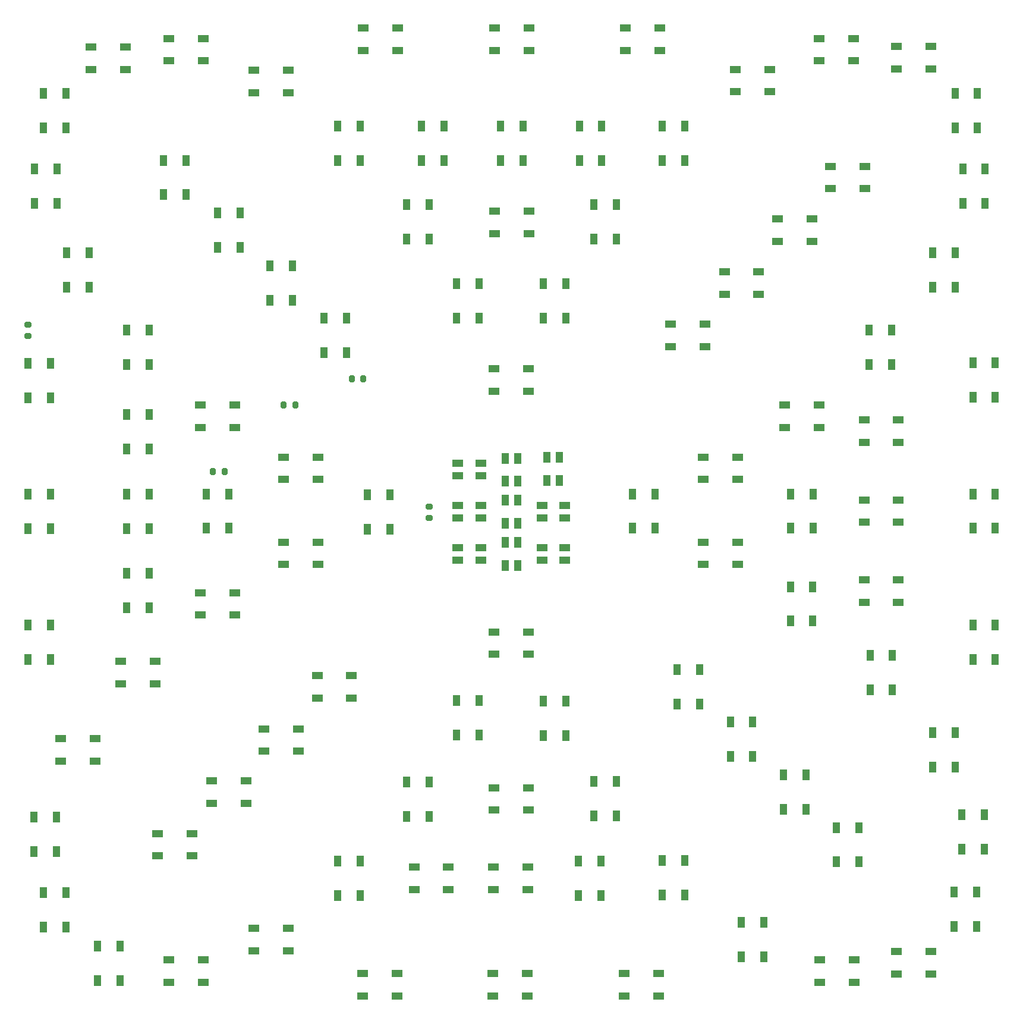
<source format=gbr>
%TF.GenerationSoftware,KiCad,Pcbnew,(6.0.6)*%
%TF.CreationDate,2022-06-29T12:44:08+02:00*%
%TF.ProjectId,CNLJS,434e4c4a-532e-46b6-9963-61645f706362,rev?*%
%TF.SameCoordinates,Original*%
%TF.FileFunction,Paste,Top*%
%TF.FilePolarity,Positive*%
%FSLAX46Y46*%
G04 Gerber Fmt 4.6, Leading zero omitted, Abs format (unit mm)*
G04 Created by KiCad (PCBNEW (6.0.6)) date 2022-06-29 12:44:08*
%MOMM*%
%LPD*%
G01*
G04 APERTURE LIST*
G04 Aperture macros list*
%AMRoundRect*
0 Rectangle with rounded corners*
0 $1 Rounding radius*
0 $2 $3 $4 $5 $6 $7 $8 $9 X,Y pos of 4 corners*
0 Add a 4 corners polygon primitive as box body*
4,1,4,$2,$3,$4,$5,$6,$7,$8,$9,$2,$3,0*
0 Add four circle primitives for the rounded corners*
1,1,$1+$1,$2,$3*
1,1,$1+$1,$4,$5*
1,1,$1+$1,$6,$7*
1,1,$1+$1,$8,$9*
0 Add four rect primitives between the rounded corners*
20,1,$1+$1,$2,$3,$4,$5,0*
20,1,$1+$1,$4,$5,$6,$7,0*
20,1,$1+$1,$6,$7,$8,$9,0*
20,1,$1+$1,$8,$9,$2,$3,0*%
G04 Aperture macros list end*
%ADD10R,1.000000X1.500000*%
%ADD11R,1.500000X1.000000*%
%ADD12R,1.500000X1.100000*%
%ADD13RoundRect,0.200000X-0.275000X0.200000X-0.275000X-0.200000X0.275000X-0.200000X0.275000X0.200000X0*%
%ADD14R,1.100000X1.500000*%
%ADD15RoundRect,0.200000X0.200000X0.275000X-0.200000X0.275000X-0.200000X-0.275000X0.200000X-0.275000X0*%
%ADD16RoundRect,0.200000X0.275000X-0.200000X0.275000X0.200000X-0.275000X0.200000X-0.275000X-0.200000X0*%
G04 APERTURE END LIST*
D10*
%TO.C,POS24*%
X155549995Y-38000000D03*
X152349995Y-38000000D03*
X152349995Y-42900000D03*
X155549995Y-42900000D03*
%TD*%
D11*
%TO.C,FIN8*%
X193000000Y-46950000D03*
X193000000Y-43750000D03*
X188100000Y-43750000D03*
X188100000Y-46950000D03*
%TD*%
%TO.C,POS81*%
X103300000Y-107650000D03*
X103300000Y-104450000D03*
X98400000Y-104450000D03*
X98400000Y-107650000D03*
%TD*%
%TO.C,POS58*%
X174900000Y-100450000D03*
X174900000Y-97250000D03*
X170000000Y-97250000D03*
X170000000Y-100450000D03*
%TD*%
D10*
%TO.C,POS61*%
X202649996Y-129300000D03*
X205849996Y-129300000D03*
X205849996Y-124400000D03*
X202649996Y-124400000D03*
%TD*%
%TO.C,FIN10*%
X173850000Y-127800000D03*
X177050000Y-127800000D03*
X177050000Y-122900000D03*
X173850000Y-122900000D03*
%TD*%
%TO.C,POS30*%
X152249995Y-147599996D03*
X155449995Y-147599996D03*
X155449995Y-142699996D03*
X152249995Y-142699996D03*
%TD*%
D12*
%TO.C,LED7*%
X135009992Y-98068851D03*
X135009992Y-99848851D03*
X138289992Y-99848851D03*
X138289992Y-98068851D03*
%TD*%
D10*
%TO.C,POS66*%
X178650000Y-151400000D03*
X175450000Y-151400000D03*
X175450000Y-156300000D03*
X178650000Y-156300000D03*
%TD*%
D11*
%TO.C,POS29*%
X140199992Y-132232315D03*
X140199992Y-135432315D03*
X145099992Y-135432315D03*
X145099992Y-132232315D03*
%TD*%
D10*
%TO.C,FIN12*%
X188950000Y-142800000D03*
X192150000Y-142800000D03*
X192150000Y-137900000D03*
X188950000Y-137900000D03*
%TD*%
%TO.C,POS78*%
X77850000Y-136400000D03*
X74650000Y-136400000D03*
X74650000Y-141300000D03*
X77850000Y-141300000D03*
%TD*%
%TO.C,POS71*%
X134850000Y-124700000D03*
X138050000Y-124700000D03*
X138050000Y-119800000D03*
X134850000Y-119800000D03*
%TD*%
D11*
%TO.C,POS27*%
X192899988Y-91246976D03*
X192899988Y-94446976D03*
X197799988Y-94446976D03*
X197799988Y-91246976D03*
%TD*%
D10*
%TO.C,POS47*%
X167350000Y-38000000D03*
X164150000Y-38000000D03*
X164150000Y-42900000D03*
X167350000Y-42900000D03*
%TD*%
D11*
%TO.C,POS56*%
X170000000Y-85150000D03*
X170000000Y-88350000D03*
X174900000Y-88350000D03*
X174900000Y-85150000D03*
%TD*%
D10*
%TO.C,FIN4*%
X96350000Y-42900000D03*
X93150000Y-42900000D03*
X93150000Y-47800000D03*
X96350000Y-47800000D03*
%TD*%
D11*
%TO.C,POS38*%
X87700000Y-29950000D03*
X87700000Y-26750000D03*
X82800000Y-26750000D03*
X82800000Y-29950000D03*
%TD*%
%TO.C,POS33*%
X98399999Y-77750000D03*
X98399999Y-80950000D03*
X103299999Y-80950000D03*
X103299999Y-77750000D03*
%TD*%
%TO.C,POS65*%
X186600000Y-156750000D03*
X186600000Y-159950000D03*
X191500000Y-159950000D03*
X191500000Y-156750000D03*
%TD*%
%TO.C,POS39*%
X98800000Y-28750000D03*
X98800000Y-25550000D03*
X93900000Y-25550000D03*
X93900000Y-28750000D03*
%TD*%
D10*
%TO.C,TP_LED_9*%
X211600000Y-71746976D03*
X208400000Y-71746976D03*
X208400000Y-76646976D03*
X211600000Y-76646976D03*
%TD*%
%TO.C,POS36*%
X77950000Y-44100000D03*
X74750000Y-44100000D03*
X74750000Y-49000000D03*
X77950000Y-49000000D03*
%TD*%
D13*
%TO.C,R22*%
X73800000Y-66275000D03*
X73800000Y-67925000D03*
%TD*%
D14*
%TO.C,LED2*%
X141759992Y-88598850D03*
X143539992Y-88598850D03*
X143539992Y-85318850D03*
X141759992Y-85318850D03*
%TD*%
D10*
%TO.C,TP_LED_2*%
X73800000Y-95350000D03*
X77000000Y-95350000D03*
X77000000Y-90450000D03*
X73800000Y-90450000D03*
%TD*%
%TO.C,POS72*%
X127750000Y-136300000D03*
X130950000Y-136300000D03*
X130950000Y-131400000D03*
X127750000Y-131400000D03*
%TD*%
D11*
%TO.C,TP_LED_4*%
X158900004Y-24050000D03*
X158900004Y-27250000D03*
X163800004Y-27250000D03*
X163800004Y-24050000D03*
%TD*%
D10*
%TO.C,POS69*%
X150450000Y-119900000D03*
X147250000Y-119900000D03*
X147250000Y-124800000D03*
X150450000Y-124800000D03*
%TD*%
%TO.C,POS17*%
X99249999Y-95299999D03*
X102449999Y-95299999D03*
X102449999Y-90399999D03*
X99249999Y-90399999D03*
%TD*%
D11*
%TO.C,TP_LED_12*%
X163646969Y-161900000D03*
X163646969Y-158700000D03*
X158746969Y-158700000D03*
X158746969Y-161900000D03*
%TD*%
D10*
%TO.C,TP_LED_8*%
X211600000Y-90396976D03*
X208400000Y-90396976D03*
X208400000Y-95296976D03*
X211600000Y-95296976D03*
%TD*%
D11*
%TO.C,POS31*%
X140096969Y-143549996D03*
X140096969Y-146749996D03*
X144996969Y-146749996D03*
X144996969Y-143549996D03*
%TD*%
D10*
%TO.C,FIN9*%
X166250000Y-120300000D03*
X169450000Y-120300000D03*
X169450000Y-115400000D03*
X166250000Y-115400000D03*
%TD*%
D11*
%TO.C,TP_LED_11*%
X144950000Y-161900000D03*
X144950000Y-158700000D03*
X140050000Y-158700000D03*
X140050000Y-161900000D03*
%TD*%
D10*
%TO.C,POS52*%
X206950000Y-49000000D03*
X210150000Y-49000000D03*
X210150000Y-44100000D03*
X206950000Y-44100000D03*
%TD*%
D11*
%TO.C,FIN13*%
X115000000Y-116250000D03*
X115000000Y-119450000D03*
X119900000Y-119450000D03*
X119900000Y-116250000D03*
%TD*%
D10*
%TO.C,POS77*%
X79250000Y-147167677D03*
X76050000Y-147167677D03*
X76050000Y-152067677D03*
X79250000Y-152067677D03*
%TD*%
%TO.C,TP_LED_1*%
X73800000Y-76700000D03*
X77000000Y-76700000D03*
X77000000Y-71800000D03*
X73800000Y-71800000D03*
%TD*%
D12*
%TO.C,LED1*%
X138289992Y-87840000D03*
X138289992Y-86060000D03*
X135009992Y-86060000D03*
X135009992Y-87840000D03*
%TD*%
D10*
%TO.C,POS35*%
X82550000Y-56100000D03*
X79350000Y-56100000D03*
X79350000Y-61000000D03*
X82550000Y-61000000D03*
%TD*%
%TO.C,POS41*%
X117950000Y-42900000D03*
X121150000Y-42900000D03*
X121150000Y-38000000D03*
X117950000Y-38000000D03*
%TD*%
D11*
%TO.C,FIN16*%
X92300000Y-138750000D03*
X92300000Y-141950000D03*
X97200000Y-141950000D03*
X97200000Y-138750000D03*
%TD*%
%TO.C,POS26*%
X197799988Y-83049996D03*
X197799988Y-79849996D03*
X192899988Y-79849996D03*
X192899988Y-83049996D03*
%TD*%
%TO.C,TP_LED_5*%
X140250000Y-24050000D03*
X140250000Y-27250000D03*
X145150000Y-27250000D03*
X145150000Y-24050000D03*
%TD*%
D10*
%TO.C,POS57*%
X159950000Y-95300000D03*
X163150000Y-95300000D03*
X163150000Y-90400000D03*
X159950000Y-90400000D03*
%TD*%
%TO.C,POS23*%
X141100004Y-42900000D03*
X144300004Y-42900000D03*
X144300004Y-38000000D03*
X141100004Y-38000000D03*
%TD*%
D12*
%TO.C,LED8*%
X138289992Y-93798851D03*
X138289992Y-92018851D03*
X135009992Y-92018851D03*
X135009992Y-93798851D03*
%TD*%
D15*
%TO.C,R36*%
X101825000Y-87250000D03*
X100175000Y-87250000D03*
%TD*%
D11*
%TO.C,POS48*%
X179500000Y-33150000D03*
X179500000Y-29950000D03*
X174600000Y-29950000D03*
X174600000Y-33150000D03*
%TD*%
D10*
%TO.C,POS42*%
X127750000Y-54100000D03*
X130950000Y-54100000D03*
X130950000Y-49200000D03*
X127750000Y-49200000D03*
%TD*%
D11*
%TO.C,POS28*%
X192899988Y-102650001D03*
X192899988Y-105850001D03*
X197799988Y-105850001D03*
X197799988Y-102650001D03*
%TD*%
D16*
%TO.C,R35*%
X131000000Y-93825000D03*
X131000000Y-92175000D03*
%TD*%
D10*
%TO.C,POS73*%
X117950000Y-147600000D03*
X121150000Y-147600000D03*
X121150000Y-142700000D03*
X117950000Y-142700000D03*
%TD*%
D11*
%TO.C,POS80*%
X91900000Y-117450000D03*
X91900000Y-114250000D03*
X87000000Y-114250000D03*
X87000000Y-117450000D03*
%TD*%
D14*
%TO.C,LED6*%
X143539992Y-97318839D03*
X141759992Y-97318839D03*
X141759992Y-100598839D03*
X143539992Y-100598839D03*
%TD*%
D11*
%TO.C,POS55*%
X181600000Y-77750000D03*
X181600000Y-80950000D03*
X186500000Y-80950000D03*
X186500000Y-77750000D03*
%TD*%
D10*
%TO.C,POS51*%
X205850000Y-38264644D03*
X209050000Y-38264644D03*
X209050000Y-33364644D03*
X205850000Y-33364644D03*
%TD*%
D11*
%TO.C,FIN14*%
X107400000Y-123850000D03*
X107400000Y-127050000D03*
X112300000Y-127050000D03*
X112300000Y-123850000D03*
%TD*%
%TO.C,POS49*%
X191400000Y-28750000D03*
X191400000Y-25550000D03*
X186500000Y-25550000D03*
X186500000Y-28750000D03*
%TD*%
%TO.C,POS44*%
X145100000Y-75750000D03*
X145100000Y-72550000D03*
X140200000Y-72550000D03*
X140200000Y-75750000D03*
%TD*%
D10*
%TO.C,POS60*%
X193749988Y-118300000D03*
X196949988Y-118300000D03*
X196949988Y-113400000D03*
X193749988Y-113400000D03*
%TD*%
D11*
%TO.C,POS21*%
X140250004Y-50150005D03*
X140250004Y-53350005D03*
X145150004Y-53350005D03*
X145150004Y-50150005D03*
%TD*%
%TO.C,FIN7*%
X185500000Y-54450000D03*
X185500000Y-51250000D03*
X180600000Y-51250000D03*
X180600000Y-54450000D03*
%TD*%
%TO.C,FIN5*%
X170250000Y-69450000D03*
X170250000Y-66250000D03*
X165350000Y-66250000D03*
X165350000Y-69450000D03*
%TD*%
D10*
%TO.C,POS59*%
X182400000Y-108500000D03*
X185600000Y-108500000D03*
X185600000Y-103600000D03*
X182400000Y-103600000D03*
%TD*%
D14*
%TO.C,LED3*%
X147759992Y-88481172D03*
X149539992Y-88481172D03*
X149539992Y-85201172D03*
X147759992Y-85201172D03*
%TD*%
D11*
%TO.C,FIN15*%
X100000000Y-131250000D03*
X100000000Y-134450000D03*
X104900000Y-134450000D03*
X104900000Y-131250000D03*
%TD*%
%TO.C,TP_LED_10*%
X126346969Y-161900000D03*
X126346969Y-158700000D03*
X121446969Y-158700000D03*
X121446969Y-161900000D03*
%TD*%
D10*
%TO.C,POS83*%
X125350000Y-90500000D03*
X122150000Y-90500000D03*
X122150000Y-95400000D03*
X125350000Y-95400000D03*
%TD*%
D15*
%TO.C,R33*%
X121575000Y-74050000D03*
X119925000Y-74050000D03*
%TD*%
D10*
%TO.C,POS63*%
X205750000Y-152000000D03*
X208950000Y-152000000D03*
X208950000Y-147100000D03*
X205750000Y-147100000D03*
%TD*%
%TO.C,POS54*%
X193650000Y-72000000D03*
X196850000Y-72000000D03*
X196850000Y-67100000D03*
X193650000Y-67100000D03*
%TD*%
D11*
%TO.C,POS70*%
X140200000Y-110050000D03*
X140200000Y-113250000D03*
X145100000Y-113250000D03*
X145100000Y-110050000D03*
%TD*%
%TO.C,POS84*%
X110200000Y-85150000D03*
X110200000Y-88350000D03*
X115100000Y-88350000D03*
X115100000Y-85150000D03*
%TD*%
D10*
%TO.C,POS37*%
X79250000Y-33400000D03*
X76050000Y-33400000D03*
X76050000Y-38300000D03*
X79250000Y-38300000D03*
%TD*%
%TO.C,POS19*%
X91049997Y-90450011D03*
X87849997Y-90450011D03*
X87849997Y-95350011D03*
X91049997Y-95350011D03*
%TD*%
%TO.C,POS22*%
X133049989Y-38000000D03*
X129849989Y-38000000D03*
X129849989Y-42900000D03*
X133049989Y-42900000D03*
%TD*%
%TO.C,POS76*%
X86903033Y-154767677D03*
X83703033Y-154767677D03*
X83703033Y-159667677D03*
X86903033Y-159667677D03*
%TD*%
D11*
%TO.C,POS64*%
X197482322Y-155550000D03*
X197482322Y-158750000D03*
X202382322Y-158750000D03*
X202382322Y-155550000D03*
%TD*%
D10*
%TO.C,TP_LED_3*%
X73800000Y-114000000D03*
X77000000Y-114000000D03*
X77000000Y-109100000D03*
X73800000Y-109100000D03*
%TD*%
%TO.C,POS67*%
X167350000Y-142600000D03*
X164150000Y-142600000D03*
X164150000Y-147500000D03*
X167350000Y-147500000D03*
%TD*%
D11*
%TO.C,POS75*%
X93900000Y-156750000D03*
X93900000Y-159950000D03*
X98800000Y-159950000D03*
X98800000Y-156750000D03*
%TD*%
%TO.C,FIN6*%
X177900000Y-61950000D03*
X177900000Y-58750000D03*
X173000000Y-58750000D03*
X173000000Y-61950000D03*
%TD*%
%TO.C,POS79*%
X83400000Y-128450000D03*
X83400000Y-125250000D03*
X78500000Y-125250000D03*
X78500000Y-128450000D03*
%TD*%
D10*
%TO.C,FIN3*%
X104050000Y-50400000D03*
X100850000Y-50400000D03*
X100850000Y-55300000D03*
X104050000Y-55300000D03*
%TD*%
%TO.C,POS34*%
X91050000Y-67100000D03*
X87850000Y-67100000D03*
X87850000Y-72000000D03*
X91050000Y-72000000D03*
%TD*%
%TO.C,FIN1*%
X119150000Y-65400000D03*
X115950000Y-65400000D03*
X115950000Y-70300000D03*
X119150000Y-70300000D03*
%TD*%
%TO.C,POS45*%
X150450000Y-60500000D03*
X147250000Y-60500000D03*
X147250000Y-65400000D03*
X150450000Y-65400000D03*
%TD*%
%TO.C,FIN11*%
X181450000Y-135300000D03*
X184650000Y-135300000D03*
X184650000Y-130400000D03*
X181450000Y-130400000D03*
%TD*%
%TO.C,TP_LED_7*%
X211600000Y-109046976D03*
X208400000Y-109046976D03*
X208400000Y-113946976D03*
X211600000Y-113946976D03*
%TD*%
%TO.C,POS18*%
X91049997Y-101700000D03*
X87849997Y-101700000D03*
X87849997Y-106600000D03*
X91049997Y-106600000D03*
%TD*%
D12*
%TO.C,LED4*%
X147009992Y-92018851D03*
X147009992Y-93798851D03*
X150289992Y-93798851D03*
X150289992Y-92018851D03*
%TD*%
D10*
%TO.C,POS43*%
X134850000Y-65400000D03*
X138050000Y-65400000D03*
X138050000Y-60500000D03*
X134850000Y-60500000D03*
%TD*%
%TO.C,POS20*%
X91049997Y-79099996D03*
X87849997Y-79099996D03*
X87849997Y-83999996D03*
X91049997Y-83999996D03*
%TD*%
%TO.C,POS53*%
X202650000Y-61000000D03*
X205850000Y-61000000D03*
X205850000Y-56100000D03*
X202650000Y-56100000D03*
%TD*%
%TO.C,POS46*%
X157650000Y-49200000D03*
X154450000Y-49200000D03*
X154450000Y-54100000D03*
X157650000Y-54100000D03*
%TD*%
%TO.C,POS25*%
X182432332Y-95299999D03*
X185632332Y-95299999D03*
X185632332Y-90399999D03*
X182432332Y-90399999D03*
%TD*%
D11*
%TO.C,TP_LED_6*%
X121600004Y-24050000D03*
X121600004Y-27250000D03*
X126500004Y-27250000D03*
X126500004Y-24050000D03*
%TD*%
%TO.C,POS50*%
X202400000Y-29917677D03*
X202400000Y-26717677D03*
X197500000Y-26717677D03*
X197500000Y-29917677D03*
%TD*%
D12*
%TO.C,LED5*%
X147009992Y-98068851D03*
X147009992Y-99848851D03*
X150289992Y-99848851D03*
X150289992Y-98068851D03*
%TD*%
D11*
%TO.C,POS40*%
X110900000Y-33250000D03*
X110900000Y-30050000D03*
X106000000Y-30050000D03*
X106000000Y-33250000D03*
%TD*%
%TO.C,POS74*%
X106000000Y-152250000D03*
X106000000Y-155450000D03*
X110900000Y-155450000D03*
X110900000Y-152250000D03*
%TD*%
D10*
%TO.C,FIN2*%
X111450000Y-57900000D03*
X108250000Y-57900000D03*
X108250000Y-62800000D03*
X111450000Y-62800000D03*
%TD*%
D11*
%TO.C,POS32*%
X128799989Y-143549996D03*
X128799989Y-146749996D03*
X133699989Y-146749996D03*
X133699989Y-143549996D03*
%TD*%
D10*
%TO.C,POS62*%
X206850000Y-141000000D03*
X210050000Y-141000000D03*
X210050000Y-136100000D03*
X206850000Y-136100000D03*
%TD*%
D14*
%TO.C,LED9*%
X141759992Y-94598838D03*
X143539992Y-94598838D03*
X143539992Y-91318838D03*
X141759992Y-91318838D03*
%TD*%
D10*
%TO.C,POS68*%
X157650000Y-131300000D03*
X154450000Y-131300000D03*
X154450000Y-136200000D03*
X157650000Y-136200000D03*
%TD*%
D11*
%TO.C,POS82*%
X115100000Y-100450000D03*
X115100000Y-97250000D03*
X110200000Y-97250000D03*
X110200000Y-100450000D03*
%TD*%
D15*
%TO.C,R34*%
X111875000Y-77750000D03*
X110225000Y-77750000D03*
%TD*%
M02*

</source>
